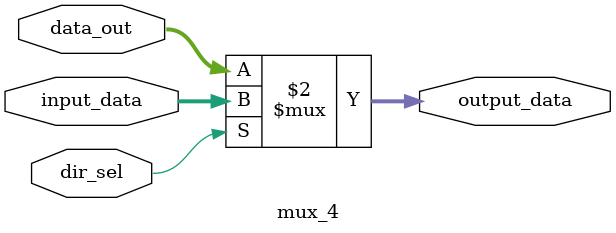
<source format=sv>
module mux_4
(
   input wire [3:0] data_out,
   input wire [3:0] input_data,
   input wire dir_sel,
   output wire [3:0] output_data
);


  assign output_data = (dir_sel == 1'b0)? data_out : input_data;  

endmodule

</source>
